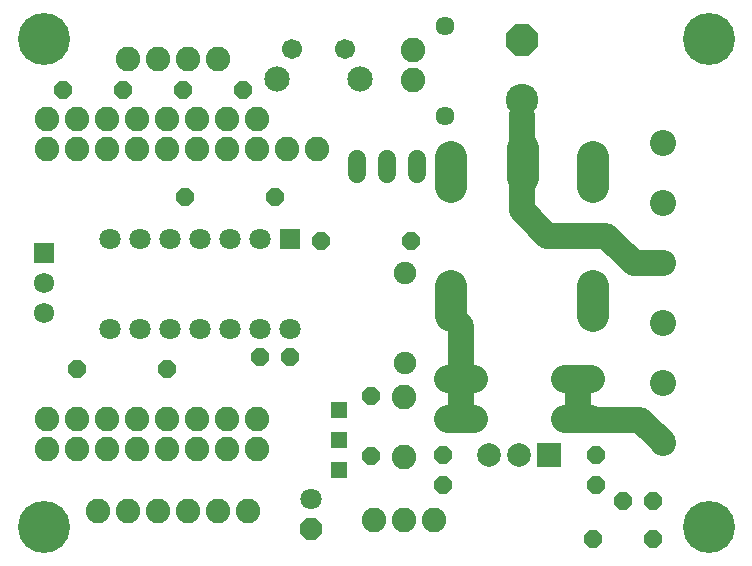
<source format=gbr>
G04 EAGLE Gerber RS-274X export*
G75*
%MOMM*%
%FSLAX34Y34*%
%LPD*%
%INSoldermask Bottom*%
%IPPOS*%
%AMOC8*
5,1,8,0,0,1.08239X$1,22.5*%
G01*
%ADD10C,2.200000*%
%ADD11C,2.082800*%
%ADD12C,1.803200*%
%ADD13R,1.803200X1.803200*%
%ADD14P,1.649562X8X202.500000*%
%ADD15P,1.649562X8X22.500000*%
%ADD16C,2.743200*%
%ADD17P,2.969212X8X112.500000*%
%ADD18C,2.203200*%
%ADD19P,1.649562X8X292.500000*%
%ADD20R,2.003200X2.003200*%
%ADD21C,2.003200*%
%ADD22C,1.903200*%
%ADD23P,1.951982X8X292.500000*%
%ADD24C,1.803400*%
%ADD25C,1.524000*%
%ADD26C,1.611200*%
%ADD27C,2.743200*%
%ADD28R,1.473200X1.473200*%
%ADD29P,1.649562X8X112.500000*%
%ADD30C,2.387600*%
%ADD31C,4.403200*%
%ADD32C,0.503200*%
%ADD33R,1.721200X1.721200*%
%ADD34C,1.721200*%
%ADD35C,1.701800*%
%ADD36C,2.146300*%


D10*
X369000Y203600D02*
X378200Y194400D01*
X378200Y115800D01*
X429900Y293000D02*
X429900Y373100D01*
X429900Y293000D02*
X451100Y271100D01*
X501200Y271100D01*
X524800Y248200D01*
X549400Y248200D01*
X477400Y149500D02*
X477400Y115500D01*
X529800Y115500D01*
X549000Y96300D01*
D11*
X27940Y116370D03*
X53340Y116370D03*
X78740Y116370D03*
X104140Y116370D03*
X129540Y116370D03*
X154940Y116370D03*
X180340Y116370D03*
X205740Y116370D03*
D12*
X157320Y192570D03*
X182720Y192570D03*
X208120Y192570D03*
X233520Y192570D03*
D13*
X233520Y268770D03*
D12*
X208120Y268770D03*
X182720Y268770D03*
X157320Y268770D03*
X131920Y268770D03*
X106520Y268770D03*
X81120Y268770D03*
X81120Y192570D03*
X106520Y192570D03*
X131920Y192570D03*
D14*
X233300Y168800D03*
X207900Y168800D03*
D15*
X144060Y303740D03*
X220260Y303740D03*
D16*
X430170Y385850D03*
D17*
X430170Y436650D03*
D18*
X549310Y197549D03*
X549310Y248349D03*
X549310Y299149D03*
X549310Y349949D03*
X549210Y95979D03*
X549210Y146779D03*
D19*
X363010Y85470D03*
X363010Y60070D03*
D14*
X541090Y14420D03*
X490290Y14420D03*
X540740Y46700D03*
X515340Y46700D03*
D20*
X453000Y85290D03*
D21*
X427600Y85290D03*
X402200Y85290D03*
D19*
X492330Y85540D03*
X492330Y60140D03*
D11*
X330140Y134410D03*
X330140Y83610D03*
X304450Y30900D03*
X329850Y30900D03*
X355250Y30900D03*
D22*
X330460Y163210D03*
X330460Y239410D03*
D23*
X251000Y23000D03*
D24*
X251000Y48400D03*
D15*
X52600Y158700D03*
X128800Y158700D03*
D25*
X289700Y323096D02*
X289700Y336304D01*
X340500Y336304D02*
X340500Y323096D01*
X315100Y323096D02*
X315100Y336304D01*
D26*
X364730Y372330D03*
X364730Y448530D03*
D11*
X337700Y403300D03*
X337700Y428700D03*
X172700Y420900D03*
X147300Y420900D03*
X121900Y420900D03*
X96500Y420900D03*
D14*
X91700Y394700D03*
X40900Y394700D03*
D15*
X142500Y394400D03*
X193300Y394400D03*
D27*
X489500Y338100D02*
X489500Y312700D01*
X369500Y312700D02*
X369500Y338100D01*
X369500Y228800D02*
X369500Y203400D01*
X430300Y320000D02*
X430300Y345400D01*
X489500Y228800D02*
X489500Y203400D01*
D28*
X275200Y72700D03*
X275200Y98100D03*
X275200Y123500D03*
D29*
X302300Y84900D03*
X302300Y135700D03*
D30*
X466478Y149700D02*
X488322Y149700D01*
X389322Y149700D02*
X367478Y149700D01*
X466478Y115700D02*
X488322Y115700D01*
X389322Y115700D02*
X367478Y115700D01*
D31*
X25000Y25000D03*
D32*
X25000Y41510D03*
X25000Y8490D03*
X41510Y25000D03*
X36430Y37065D03*
X36430Y12935D03*
X13570Y37065D03*
X13570Y12935D03*
X8490Y25000D03*
D31*
X25000Y437700D03*
D32*
X25000Y454210D03*
X25000Y421190D03*
X41510Y437700D03*
X36430Y449765D03*
X36430Y425635D03*
X13570Y449765D03*
X13570Y425635D03*
X8490Y437700D03*
D31*
X587700Y437700D03*
D32*
X587700Y454210D03*
X587700Y421190D03*
X604210Y437700D03*
X599130Y449765D03*
X599130Y425635D03*
X576270Y449765D03*
X576270Y425635D03*
X571190Y437700D03*
D31*
X587700Y25000D03*
D32*
X587700Y41510D03*
X587700Y8490D03*
X604210Y25000D03*
X599130Y37065D03*
X599130Y12935D03*
X576270Y37065D03*
X576270Y12935D03*
X571190Y25000D03*
D15*
X259800Y266800D03*
X336000Y266800D03*
D33*
X24700Y256600D03*
D34*
X24700Y231200D03*
X24700Y205800D03*
D11*
X27940Y90900D03*
X53340Y90900D03*
X78740Y90900D03*
X104140Y90900D03*
X129540Y90900D03*
X154940Y90900D03*
X180340Y90900D03*
X205740Y90900D03*
X27940Y370300D03*
X53340Y370300D03*
X78740Y370300D03*
X104140Y370300D03*
X129540Y370300D03*
X154940Y370300D03*
X180340Y370300D03*
X205740Y370300D03*
X28000Y344700D03*
X53400Y344700D03*
X78800Y344700D03*
X104200Y344700D03*
X129600Y344700D03*
X155000Y344700D03*
X180400Y344700D03*
X205800Y344700D03*
X231200Y344700D03*
X256600Y344700D03*
X70400Y38100D03*
X95800Y38100D03*
X121200Y38100D03*
X146600Y38100D03*
X172000Y38100D03*
X197400Y38100D03*
D35*
X280300Y428900D03*
X235342Y428900D03*
D36*
X292746Y404008D03*
X222642Y404008D03*
M02*

</source>
